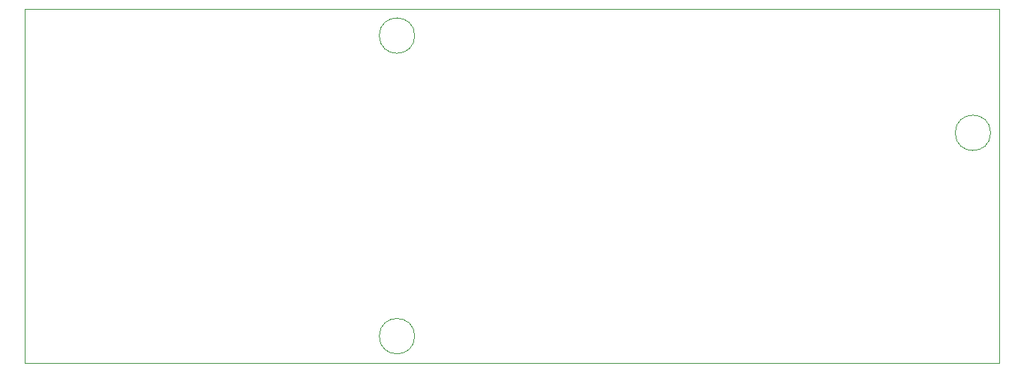
<source format=gbr>
%TF.GenerationSoftware,KiCad,Pcbnew,8.0.8*%
%TF.CreationDate,2025-01-25T09:27:47-05:00*%
%TF.ProjectId,GF24,47463234-2e6b-4696-9361-645f70636258,rev?*%
%TF.SameCoordinates,Original*%
%TF.FileFunction,Profile,NP*%
%FSLAX46Y46*%
G04 Gerber Fmt 4.6, Leading zero omitted, Abs format (unit mm)*
G04 Created by KiCad (PCBNEW 8.0.8) date 2025-01-25 09:27:47*
%MOMM*%
%LPD*%
G01*
G04 APERTURE LIST*
%TA.AperFunction,Profile*%
%ADD10C,0.100000*%
%TD*%
G04 APERTURE END LIST*
D10*
X76000000Y-75000000D02*
X186000000Y-75000000D01*
X186000000Y-115000000D01*
X76000000Y-115000000D01*
X76000000Y-75000000D01*
X185000000Y-89000000D02*
G75*
G02*
X181000000Y-89000000I-2000000J0D01*
G01*
X181000000Y-89000000D02*
G75*
G02*
X185000000Y-89000000I2000000J0D01*
G01*
X120000000Y-112000000D02*
G75*
G02*
X116000000Y-112000000I-2000000J0D01*
G01*
X116000000Y-112000000D02*
G75*
G02*
X120000000Y-112000000I2000000J0D01*
G01*
X120000000Y-78000000D02*
G75*
G02*
X116000000Y-78000000I-2000000J0D01*
G01*
X116000000Y-78000000D02*
G75*
G02*
X120000000Y-78000000I2000000J0D01*
G01*
M02*

</source>
